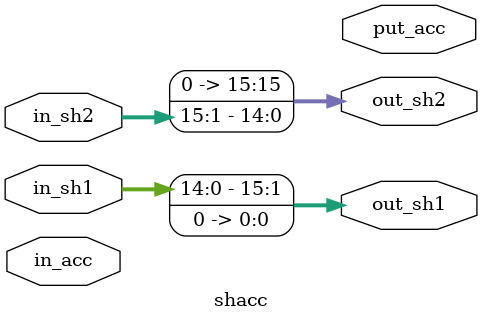
<source format=sv>
module shacc( 	input logic [15:0] in_sh1, in_sh2, in_acc,
					output logic [15:0] out_sh1, out_sh2, put_acc);
					
					assign out_sh1 = {in_sh1[14:0], 1'b0};
					assign out_sh2 = {1'b0, in_sh2[15:1]};
					assign out_acc = in_sh2[0] ? in_acc + in_sh1 : in_acc ; // es la operacion mas lenta 
endmodule 
//Cada asignacion continua se hace en paralelo 
//las complejidades de la concatenacion no es tan grande 
//
</source>
